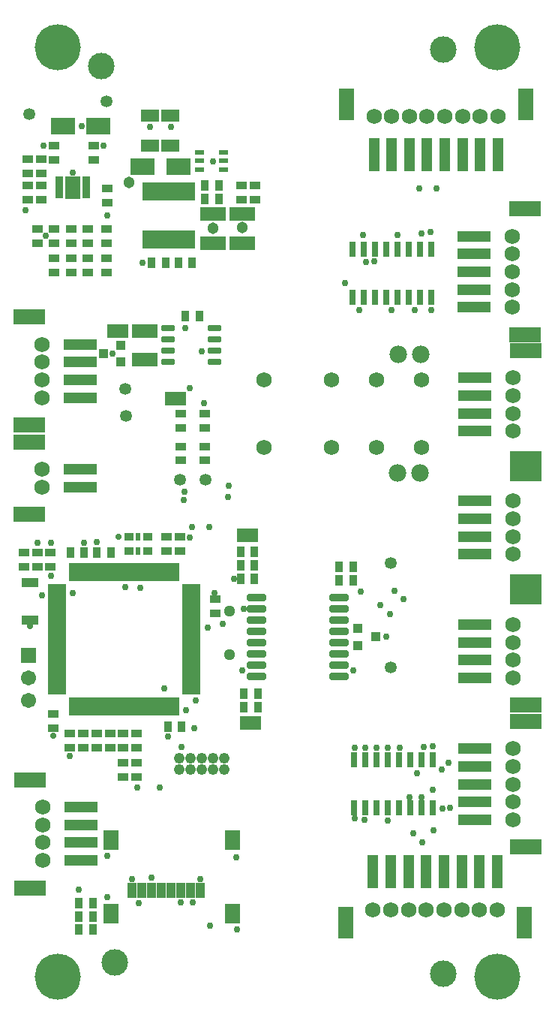
<source format=gts>
G04*
G04 #@! TF.GenerationSoftware,Altium Limited,Altium Designer,21.3.1 (25)*
G04*
G04 Layer_Color=8388736*
%FSLAX25Y25*%
%MOIN*%
G70*
G04*
G04 #@! TF.SameCoordinates,C2895D86-3F53-4CC5-9A74-561D9FEADA75*
G04*
G04*
G04 #@! TF.FilePolarity,Negative*
G04*
G01*
G75*
%ADD19R,0.09510X0.06000*%
%ADD20R,0.03800X0.04800*%
%ADD21R,0.03950X0.06706*%
%ADD22R,0.06509X0.08674*%
%ADD23R,0.07887X0.01981*%
%ADD24R,0.01981X0.07887*%
%ADD25R,0.02769X0.06706*%
%ADD26R,0.07900X0.05500*%
%ADD27R,0.23241X0.07887*%
%ADD28R,0.11824X0.05918*%
%ADD29R,0.14580X0.05131*%
%ADD30R,0.14186X0.06706*%
%ADD31R,0.03937X0.03347*%
%ADD32R,0.02362X0.03347*%
%ADD33R,0.05131X0.14580*%
%ADD34R,0.06706X0.14186*%
%ADD35C,0.05300*%
%ADD36R,0.03800X0.05800*%
%ADD37R,0.04800X0.03800*%
G04:AMPARAMS|DCode=38|XSize=29.65mil|YSize=57.21mil|CornerRadius=5.95mil|HoleSize=0mil|Usage=FLASHONLY|Rotation=270.000|XOffset=0mil|YOffset=0mil|HoleType=Round|Shape=RoundedRectangle|*
%AMROUNDEDRECTD38*
21,1,0.02965,0.04532,0,0,270.0*
21,1,0.01776,0.05721,0,0,270.0*
1,1,0.01190,-0.02266,-0.00888*
1,1,0.01190,-0.02266,0.00888*
1,1,0.01190,0.02266,0.00888*
1,1,0.01190,0.02266,-0.00888*
%
%ADD38ROUNDEDRECTD38*%
%ADD39R,0.04343X0.03950*%
%ADD40C,0.11811*%
%ADD41R,0.07800X0.04300*%
G04:AMPARAMS|DCode=42|XSize=31.62mil|YSize=86.74mil|CornerRadius=6.01mil|HoleSize=0mil|Usage=FLASHONLY|Rotation=90.000|XOffset=0mil|YOffset=0mil|HoleType=Round|Shape=RoundedRectangle|*
%AMROUNDEDRECTD42*
21,1,0.03162,0.07472,0,0,90.0*
21,1,0.01961,0.08674,0,0,90.0*
1,1,0.01202,0.03736,0.00980*
1,1,0.01202,0.03736,-0.00980*
1,1,0.01202,-0.03736,-0.00980*
1,1,0.01202,-0.03736,0.00980*
%
%ADD42ROUNDEDRECTD42*%
%ADD43R,0.10642X0.07493*%
%ADD44R,0.07099X0.10249*%
%ADD45R,0.03753X0.01981*%
%ADD46R,0.04331X0.02362*%
%ADD47C,0.20472*%
%ADD48C,0.06800*%
%ADD49C,0.04800*%
%ADD50C,0.07800*%
%ADD51C,0.06706*%
%ADD52R,0.06706X0.06706*%
%ADD53C,0.02965*%
%ADD54C,0.02965*%
%ADD55C,0.05131*%
%ADD56C,0.02800*%
%ADD57C,0.05100*%
D19*
X269425Y379513D02*
D03*
X211822Y470081D02*
D03*
X237401Y440158D02*
D03*
X270868Y296063D02*
D03*
D20*
X250416Y534627D02*
D03*
X256663D02*
D03*
X244827Y500535D02*
D03*
X238580D02*
D03*
X233016D02*
D03*
X226768D02*
D03*
X266291Y372036D02*
D03*
X272538D02*
D03*
X272538Y360225D02*
D03*
X266291D02*
D03*
X266291Y366130D02*
D03*
X272538D02*
D03*
X208635Y371654D02*
D03*
X202388D02*
D03*
X233910Y294488D02*
D03*
X240158D02*
D03*
X310062Y365417D02*
D03*
X316309D02*
D03*
X256663Y528679D02*
D03*
X250416D02*
D03*
X190603Y371654D02*
D03*
X196850D02*
D03*
X267742Y309055D02*
D03*
X273990D02*
D03*
Y303150D02*
D03*
X267742D02*
D03*
X310127Y359443D02*
D03*
X316374D02*
D03*
X200710Y204331D02*
D03*
X194463D02*
D03*
X200710Y210237D02*
D03*
X194463D02*
D03*
X200710Y216142D02*
D03*
X194463D02*
D03*
X241758Y476772D02*
D03*
X248006D02*
D03*
D21*
X218110Y221654D02*
D03*
X222441D02*
D03*
X226772D02*
D03*
X231102D02*
D03*
X235433D02*
D03*
X239764D02*
D03*
X244094D02*
D03*
X248425D02*
D03*
D22*
X262874Y211417D02*
D03*
X208740D02*
D03*
X262874Y244094D02*
D03*
X208740D02*
D03*
D23*
X244291Y356890D02*
D03*
Y354921D02*
D03*
Y352953D02*
D03*
Y350984D02*
D03*
Y349016D02*
D03*
Y347047D02*
D03*
Y345079D02*
D03*
Y343110D02*
D03*
Y341142D02*
D03*
Y339173D02*
D03*
Y337205D02*
D03*
Y335236D02*
D03*
Y333268D02*
D03*
Y331299D02*
D03*
Y329331D02*
D03*
Y327362D02*
D03*
Y325394D02*
D03*
Y323425D02*
D03*
Y321457D02*
D03*
Y319488D02*
D03*
Y317520D02*
D03*
Y315551D02*
D03*
Y313583D02*
D03*
Y311614D02*
D03*
Y309646D02*
D03*
X184843D02*
D03*
Y311614D02*
D03*
Y313583D02*
D03*
Y315551D02*
D03*
Y317520D02*
D03*
Y319488D02*
D03*
Y321457D02*
D03*
Y323425D02*
D03*
Y325394D02*
D03*
Y327362D02*
D03*
Y329331D02*
D03*
Y331299D02*
D03*
Y333268D02*
D03*
Y335236D02*
D03*
Y337205D02*
D03*
Y339173D02*
D03*
Y341142D02*
D03*
Y343110D02*
D03*
Y345079D02*
D03*
Y347047D02*
D03*
Y349016D02*
D03*
Y350984D02*
D03*
Y352953D02*
D03*
Y354921D02*
D03*
Y356890D02*
D03*
D24*
X238189Y303543D02*
D03*
X236221D02*
D03*
X234252D02*
D03*
X232283D02*
D03*
X230315D02*
D03*
X228346D02*
D03*
X226378D02*
D03*
X224410D02*
D03*
X222441D02*
D03*
X220472D02*
D03*
X218504D02*
D03*
X216535D02*
D03*
X214567D02*
D03*
X212598D02*
D03*
X210630D02*
D03*
X208661D02*
D03*
X206693D02*
D03*
X204724D02*
D03*
X202756D02*
D03*
X200787D02*
D03*
X198819D02*
D03*
X196850D02*
D03*
X194882D02*
D03*
X192913D02*
D03*
X190945D02*
D03*
Y362992D02*
D03*
X192913D02*
D03*
X194882D02*
D03*
X196850D02*
D03*
X198819D02*
D03*
X200787D02*
D03*
X202756D02*
D03*
X204724D02*
D03*
X206693D02*
D03*
X208661D02*
D03*
X210630D02*
D03*
X212598D02*
D03*
X214567D02*
D03*
X216535D02*
D03*
X218504D02*
D03*
X220472D02*
D03*
X222441D02*
D03*
X224410D02*
D03*
X226378D02*
D03*
X228346D02*
D03*
X230315D02*
D03*
X232283D02*
D03*
X234252D02*
D03*
X236221D02*
D03*
X238189D02*
D03*
D25*
X316636Y258359D02*
D03*
X321636D02*
D03*
X326636D02*
D03*
X331636D02*
D03*
X336636D02*
D03*
X341636D02*
D03*
X346636D02*
D03*
X351636D02*
D03*
Y279619D02*
D03*
X346636D02*
D03*
X341636D02*
D03*
X336636D02*
D03*
X331636D02*
D03*
X326636D02*
D03*
X321636D02*
D03*
X316636D02*
D03*
X351206Y485225D02*
D03*
X346206D02*
D03*
X341206D02*
D03*
X336206D02*
D03*
X331206D02*
D03*
X326206D02*
D03*
X321206D02*
D03*
X316206D02*
D03*
Y506485D02*
D03*
X321206D02*
D03*
X326206D02*
D03*
X331206D02*
D03*
X336206D02*
D03*
X341206D02*
D03*
X346206D02*
D03*
X351206D02*
D03*
D26*
X235164Y552517D02*
D03*
Y565733D02*
D03*
X226109Y552516D02*
D03*
Y565733D02*
D03*
D27*
X234515Y510591D02*
D03*
Y532091D02*
D03*
D28*
X253969Y521981D02*
D03*
Y509183D02*
D03*
X223622Y457280D02*
D03*
Y470079D02*
D03*
X267020Y509241D02*
D03*
Y522039D02*
D03*
D29*
X370358Y316142D02*
D03*
Y324016D02*
D03*
Y331890D02*
D03*
Y339764D02*
D03*
X194996Y400787D02*
D03*
Y408661D02*
D03*
X195390Y235039D02*
D03*
Y242913D02*
D03*
Y250787D02*
D03*
Y258661D02*
D03*
X194996Y440551D02*
D03*
Y448425D02*
D03*
Y456299D02*
D03*
Y464173D02*
D03*
X370286Y449322D02*
D03*
Y441448D02*
D03*
Y433574D02*
D03*
Y425700D02*
D03*
X370396Y394595D02*
D03*
Y386720D02*
D03*
Y378847D02*
D03*
Y370972D02*
D03*
X370358Y253150D02*
D03*
Y261024D02*
D03*
Y268898D02*
D03*
Y276772D02*
D03*
Y284646D02*
D03*
X370093Y480650D02*
D03*
Y488524D02*
D03*
Y496398D02*
D03*
Y504272D02*
D03*
Y512146D02*
D03*
D30*
X392996Y351969D02*
D03*
Y303937D02*
D03*
X172358Y420866D02*
D03*
Y388583D02*
D03*
X172752Y270866D02*
D03*
Y222835D02*
D03*
X172358Y476378D02*
D03*
Y428346D02*
D03*
X392924Y413496D02*
D03*
Y461527D02*
D03*
X393034Y358768D02*
D03*
Y406799D02*
D03*
X392996Y296850D02*
D03*
Y240945D02*
D03*
X392730Y524351D02*
D03*
Y468445D02*
D03*
D31*
X225000Y378740D02*
D03*
X216732D02*
D03*
Y372441D02*
D03*
X225000D02*
D03*
D32*
X220866Y378740D02*
D03*
Y372441D02*
D03*
D33*
X325197Y230118D02*
D03*
X372441D02*
D03*
X364567D02*
D03*
X356693D02*
D03*
X380315D02*
D03*
X348819D02*
D03*
X340945D02*
D03*
X333071D02*
D03*
X380709Y548268D02*
D03*
X333465D02*
D03*
X341339D02*
D03*
X349213D02*
D03*
X325590D02*
D03*
X357087D02*
D03*
X364961D02*
D03*
X372835D02*
D03*
D34*
X312992Y207480D02*
D03*
X392520D02*
D03*
X392913Y570905D02*
D03*
X313386D02*
D03*
D35*
X333211Y367163D02*
D03*
X250787Y403937D02*
D03*
X215354Y432283D02*
D03*
X333071Y320866D02*
D03*
X206693Y572047D02*
D03*
X172441Y566535D02*
D03*
X214961Y444488D02*
D03*
X239370Y403937D02*
D03*
D36*
X272170Y379516D02*
D03*
X266670D02*
D03*
X214567Y470079D02*
D03*
X209067D02*
D03*
X234646Y440158D02*
D03*
X240146D02*
D03*
X268122Y296063D02*
D03*
X273622D02*
D03*
D37*
X255118Y344908D02*
D03*
Y351155D02*
D03*
X181890Y371628D02*
D03*
Y365380D02*
D03*
X196457Y285065D02*
D03*
Y291313D02*
D03*
X190551Y291287D02*
D03*
Y285039D02*
D03*
X208268Y291313D02*
D03*
Y285065D02*
D03*
X202362Y291287D02*
D03*
Y285039D02*
D03*
X170079Y371628D02*
D03*
Y365380D02*
D03*
X175984D02*
D03*
Y371628D02*
D03*
X239764Y433439D02*
D03*
Y427191D02*
D03*
X220079Y278367D02*
D03*
Y272119D02*
D03*
X214173Y278367D02*
D03*
Y272119D02*
D03*
X214173Y291339D02*
D03*
Y285091D02*
D03*
X220079Y291339D02*
D03*
Y285091D02*
D03*
X250394Y412624D02*
D03*
Y418872D02*
D03*
X239764Y412624D02*
D03*
Y418872D02*
D03*
X233465Y378714D02*
D03*
Y372467D02*
D03*
X171653Y540158D02*
D03*
Y546405D02*
D03*
X272616Y534761D02*
D03*
Y528514D02*
D03*
X171653Y528398D02*
D03*
Y534646D02*
D03*
X175984Y509081D02*
D03*
Y515328D02*
D03*
X183465Y552336D02*
D03*
Y546089D02*
D03*
X177559Y528398D02*
D03*
Y534646D02*
D03*
Y540158D02*
D03*
Y546405D02*
D03*
X201181Y552336D02*
D03*
Y546089D02*
D03*
X206693Y502310D02*
D03*
Y496063D02*
D03*
Y515302D02*
D03*
Y509055D02*
D03*
X266710Y528514D02*
D03*
Y534761D02*
D03*
X207087Y527191D02*
D03*
Y533439D02*
D03*
X198425Y502310D02*
D03*
Y496063D02*
D03*
X183465Y502310D02*
D03*
Y496063D02*
D03*
X190945Y502284D02*
D03*
Y496037D02*
D03*
Y509055D02*
D03*
Y515302D02*
D03*
X198425Y509029D02*
D03*
Y515276D02*
D03*
X183465Y515302D02*
D03*
Y509055D02*
D03*
X183071Y299974D02*
D03*
Y293727D02*
D03*
X239370Y372467D02*
D03*
X239370Y378714D02*
D03*
X250394Y427191D02*
D03*
Y433439D02*
D03*
D38*
X254823Y456280D02*
D03*
Y461279D02*
D03*
Y466280D02*
D03*
Y471279D02*
D03*
X234154Y456280D02*
D03*
Y461279D02*
D03*
Y466280D02*
D03*
Y471279D02*
D03*
D39*
X326378Y334252D02*
D03*
X318504Y337992D02*
D03*
Y330512D02*
D03*
X205315Y460039D02*
D03*
X213189Y456299D02*
D03*
Y463779D02*
D03*
D40*
X356528Y184576D02*
D03*
X204269Y587675D02*
D03*
X210236Y189764D02*
D03*
X356367Y595170D02*
D03*
D41*
X172835Y358268D02*
D03*
Y341732D02*
D03*
D42*
X310039Y316752D02*
D03*
Y321752D02*
D03*
Y326752D02*
D03*
Y331752D02*
D03*
Y336752D02*
D03*
Y341752D02*
D03*
Y346752D02*
D03*
Y351752D02*
D03*
X273425Y316752D02*
D03*
Y321752D02*
D03*
Y326752D02*
D03*
Y331752D02*
D03*
Y336752D02*
D03*
Y341752D02*
D03*
Y346752D02*
D03*
Y351752D02*
D03*
D43*
X238628Y543038D02*
D03*
X222880D02*
D03*
X187402Y561024D02*
D03*
X203150D02*
D03*
D44*
X191732Y533858D02*
D03*
D45*
X197638Y537795D02*
D03*
Y535827D02*
D03*
Y533858D02*
D03*
Y531890D02*
D03*
Y529921D02*
D03*
X185827D02*
D03*
Y531890D02*
D03*
Y533858D02*
D03*
Y535827D02*
D03*
Y537795D02*
D03*
D46*
X258764Y541891D02*
D03*
Y545632D02*
D03*
Y549372D02*
D03*
X248134D02*
D03*
Y545632D02*
D03*
Y541891D02*
D03*
D47*
X184947Y183470D02*
D03*
X380296Y595926D02*
D03*
X380324Y183470D02*
D03*
X184987Y595926D02*
D03*
D48*
X387402Y331890D02*
D03*
Y339764D02*
D03*
Y324016D02*
D03*
Y316142D02*
D03*
X325197Y213032D02*
D03*
X340945D02*
D03*
X348819D02*
D03*
X356693D02*
D03*
X364567D02*
D03*
X372441D02*
D03*
X380315D02*
D03*
X333071D02*
D03*
X380709Y565354D02*
D03*
X364961D02*
D03*
X357087D02*
D03*
X349213D02*
D03*
X341339D02*
D03*
X333465D02*
D03*
X325590D02*
D03*
X372835D02*
D03*
X177953Y400787D02*
D03*
Y408661D02*
D03*
X178347Y258661D02*
D03*
Y250787D02*
D03*
Y235039D02*
D03*
Y242913D02*
D03*
X177953Y464173D02*
D03*
Y456299D02*
D03*
Y440551D02*
D03*
Y448425D02*
D03*
X387330Y425700D02*
D03*
Y433574D02*
D03*
Y449322D02*
D03*
Y441448D02*
D03*
X387440Y370972D02*
D03*
Y378847D02*
D03*
Y394595D02*
D03*
Y386720D02*
D03*
X276693Y448504D02*
D03*
Y418504D02*
D03*
X306693Y448504D02*
D03*
Y418504D02*
D03*
X326693Y448504D02*
D03*
Y418504D02*
D03*
X346693Y448504D02*
D03*
Y418504D02*
D03*
X387402Y276772D02*
D03*
Y284646D02*
D03*
Y268898D02*
D03*
Y261024D02*
D03*
Y253150D02*
D03*
X387136Y504272D02*
D03*
Y512146D02*
D03*
Y496398D02*
D03*
Y488524D02*
D03*
Y480650D02*
D03*
D49*
X249055Y280315D02*
D03*
Y275315D02*
D03*
X244055D02*
D03*
Y280315D02*
D03*
X239055D02*
D03*
Y275315D02*
D03*
X254055D02*
D03*
Y280315D02*
D03*
X259055D02*
D03*
Y275315D02*
D03*
D50*
X336063Y407087D02*
D03*
X346063D02*
D03*
X336457Y459842D02*
D03*
X346457D02*
D03*
D51*
X172047Y306142D02*
D03*
Y316142D02*
D03*
D52*
Y326142D02*
D03*
D53*
X191705Y353764D02*
D03*
X359519Y258351D02*
D03*
X325653Y501128D02*
D03*
X321406Y253144D02*
D03*
X221177Y216230D02*
D03*
X195761Y561037D02*
D03*
X205242Y552472D02*
D03*
X178762Y552406D02*
D03*
X322068Y500627D02*
D03*
X320866Y512866D02*
D03*
X350828Y513941D02*
D03*
X346760Y513526D02*
D03*
X252598Y205937D02*
D03*
X248407Y226885D02*
D03*
X245077Y216338D02*
D03*
X239841Y216325D02*
D03*
X218128Y226703D02*
D03*
X177978Y352795D02*
D03*
X221631Y356054D02*
D03*
X251575Y338559D02*
D03*
X319089Y479417D02*
D03*
X351914Y248429D02*
D03*
X331713Y252894D02*
D03*
X326825Y285185D02*
D03*
X336979Y285062D02*
D03*
X331738Y285103D02*
D03*
X321690Y285221D02*
D03*
X316972D02*
D03*
X351845Y285709D02*
D03*
X316973Y253641D02*
D03*
X341534Y263177D02*
D03*
X346707Y263081D02*
D03*
X343019Y247140D02*
D03*
X344628Y273624D02*
D03*
X355797Y275466D02*
D03*
X358673Y278477D02*
D03*
X347732Y285486D02*
D03*
X347061Y243200D02*
D03*
X355977Y258078D02*
D03*
X351655Y266247D02*
D03*
X353290Y533270D02*
D03*
X345621Y533419D02*
D03*
X336223Y512680D02*
D03*
X312772Y491566D02*
D03*
X350991Y479417D02*
D03*
X267766Y346760D02*
D03*
X267120Y319249D02*
D03*
X182014Y361263D02*
D03*
X181971Y376046D02*
D03*
X175982Y376055D02*
D03*
X202363Y376334D02*
D03*
X196801Y376212D02*
D03*
X222800Y500572D02*
D03*
X244713Y383072D02*
D03*
X252287Y383053D02*
D03*
X263542Y359996D02*
D03*
X254656Y353869D02*
D03*
X258268Y340158D02*
D03*
X190551Y281496D02*
D03*
X209449Y460236D02*
D03*
X207087Y521260D02*
D03*
X191732Y540551D02*
D03*
X170866Y523622D02*
D03*
X179867Y512259D02*
D03*
D54*
X319568Y354451D02*
D03*
X226766Y227426D02*
D03*
X207115Y237049D02*
D03*
X264539Y236386D02*
D03*
X206967Y218732D02*
D03*
X264677Y204311D02*
D03*
X232400Y311340D02*
D03*
X215181Y356537D02*
D03*
X246298Y305963D02*
D03*
X242073Y301758D02*
D03*
X328260Y348422D02*
D03*
X332677Y344488D02*
D03*
X338583Y351181D02*
D03*
X343651Y479417D02*
D03*
X333473D02*
D03*
X245801Y293746D02*
D03*
X316549Y319330D02*
D03*
X330993Y334411D02*
D03*
X241521Y398609D02*
D03*
X240938Y395125D02*
D03*
X261110Y401284D02*
D03*
X194377Y221913D02*
D03*
X243857Y378558D02*
D03*
X241761Y471252D02*
D03*
X226129Y560744D02*
D03*
X235246Y560783D02*
D03*
X248956Y461047D02*
D03*
X239900Y285413D02*
D03*
X233931Y289918D02*
D03*
X254044Y545441D02*
D03*
X334602Y354896D02*
D03*
X260630Y396457D02*
D03*
X250000Y438189D02*
D03*
X243870Y444882D02*
D03*
X230315Y267323D02*
D03*
X220472D02*
D03*
D55*
X216715Y536055D02*
D03*
X253910Y515810D02*
D03*
X267035Y515921D02*
D03*
D56*
X212205Y378740D02*
D03*
X183071Y290551D02*
D03*
X172835Y338976D02*
D03*
D57*
X261417Y345669D02*
D03*
Y326378D02*
D03*
M02*

</source>
